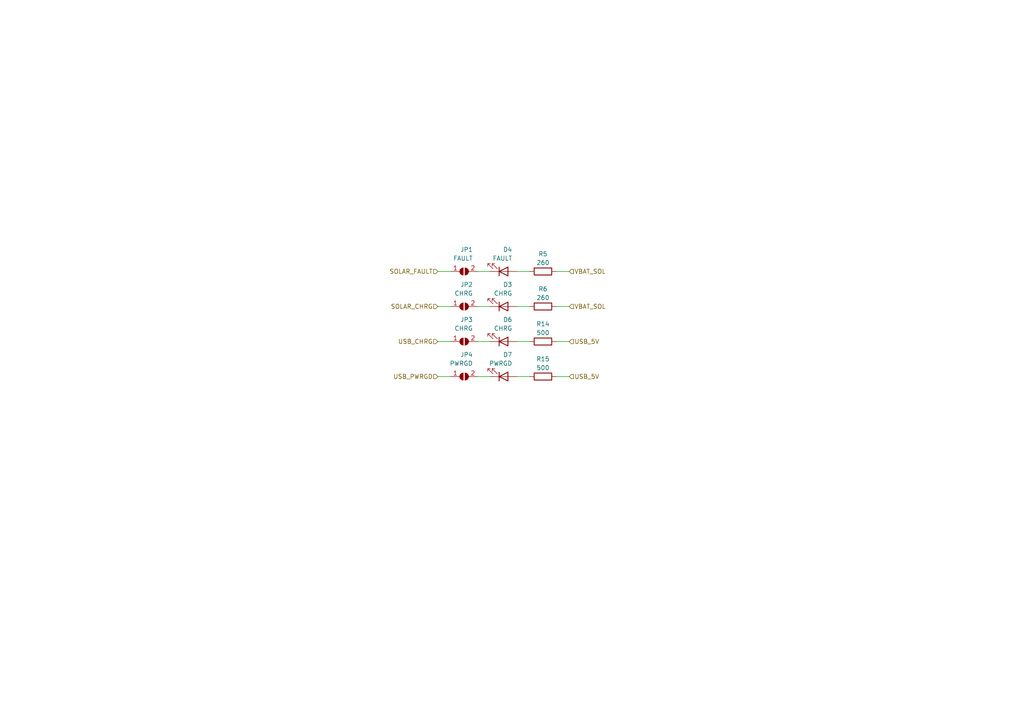
<source format=kicad_sch>
(kicad_sch (version 20230121) (generator eeschema)
  (paper "A4")
  (title_block (title "Status LEDs") (date "2023-08-27") (rev "1.1.0"))
  (lib_symbols
    (symbol "Device:LED" (pin_numbers hide) (pin_names (offset 1.016) hide)
      (property "Reference" "D" (at 0 2.54 0))
      (property "Value" "LED" (at 0 -2.54 0))
      (symbol "LED_0_1"
        (polyline (pts (xy -1.27 -1.27) (xy -1.27 1.27)) (stroke (width 0.254)))
        (polyline (pts (xy -1.27 0) (xy 1.27 0)))
        (polyline (pts (xy 1.27 -1.27) (xy 1.27 1.27) (xy -1.27 0) (xy 1.27 -1.27)) (stroke (width 0.254)))
        (polyline (pts (xy -3.048 -0.762) (xy -4.572 -2.286) (xy -3.81 -2.286) (xy -4.572 -2.286) (xy -4.572 -1.524)))
        (polyline (pts (xy -1.778 -0.762) (xy -3.302 -2.286) (xy -2.54 -2.286) (xy -3.302 -2.286) (xy -3.302 -1.524)))
      )
      (symbol "LED_1_1"
        (pin passive line (at -3.81 0 0) (length 2.54) (name "K") (number "1"))
        (pin passive line (at 3.81 0 180) (length 2.54) (name "A") (number "2"))
      )
    )
    (symbol "Device:R" (pin_numbers hide) (pin_names (offset 0))
      (property "Reference" "R" (at 2.032 0 90))
      (property "Value" "R" (at 0 0 90))
      (symbol "R_0_1"
        (rectangle (start -1.016 -2.54) (end 1.016 2.54) (stroke (width 0.254)))
      )
      (symbol "R_1_1"
        (pin passive line (at 0 3.81 270) (length 1.27) (name "~") (number "1"))
        (pin passive line (at 0 -3.81 90) (length 1.27) (name "~") (number "2"))
      )
    )
    (symbol "Jumper:SolderJumper_2_Open" (pin_names (offset 0) hide)
      (property "Reference" "JP" (at 0 2.032 0))
      (property "Value" "SolderJumper_2_Open" (at 0 -2.54 0))
      (symbol "SolderJumper_2_Open_0_1"
        (arc (start -0.254 1.016) (mid -1.2656 0) (end -0.254 -1.016))
        (arc (start -0.254 1.016) (mid -1.2656 0) (end -0.254 -1.016) (fill (type outline)))
        (polyline (pts (xy -0.254 1.016) (xy -0.254 -1.016)))
        (polyline (pts (xy 0.254 1.016) (xy 0.254 -1.016)))
        (arc (start 0.254 -1.016) (mid 1.2656 0) (end 0.254 1.016))
        (arc (start 0.254 -1.016) (mid 1.2656 0) (end 0.254 1.016) (fill (type outline)))
      )
      (symbol "SolderJumper_2_Open_1_1"
        (pin passive line (at -3.81 0 0) (length 2.54) (name "A") (number "1"))
        (pin passive line (at 3.81 0 180) (length 2.54) (name "B") (number "2"))
      )
    )
  )
  (wire (pts (xy 142.24 88.9) (xy 138.43 88.9)))
  (wire (pts (xy 153.67 99.06) (xy 149.86 99.06)))
  (wire (pts (xy 149.86 78.74) (xy 153.67 78.74)))
  (wire (pts (xy 130.81 78.74) (xy 127 78.74)))
  (wire (pts (xy 142.24 99.06) (xy 138.43 99.06)))
  (wire (pts (xy 142.24 109.22) (xy 138.43 109.22)))
  (wire (pts (xy 130.81 109.22) (xy 127 109.22)))
  (wire (pts (xy 130.81 88.9) (xy 127 88.9)))
  (wire (pts (xy 153.67 109.22) (xy 149.86 109.22)))
  (wire (pts (xy 165.1 78.74) (xy 161.29 78.74)))
  (wire (pts (xy 165.1 99.06) (xy 161.29 99.06)))
  (wire (pts (xy 142.24 78.74) (xy 138.43 78.74)))
  (wire (pts (xy 130.81 99.06) (xy 127 99.06)))
  (wire (pts (xy 165.1 88.9) (xy 161.29 88.9)))
  (wire (pts (xy 165.1 109.22) (xy 161.29 109.22)))
  (wire (pts (xy 149.86 88.9) (xy 153.67 88.9)))
  (hierarchical_label "USB_PWRGD" (shape input) (at 127 109.22 180))
  (hierarchical_label "SOLAR_FAULT" (shape input) (at 127 78.74 180))
  (hierarchical_label "SOLAR_CHRG" (shape input) (at 127 88.9 180))
  (hierarchical_label "USB_5V" (shape input) (at 165.1 99.06 0))
  (hierarchical_label "VBAT_SOL" (shape input) (at 165.1 88.9 0))
  (hierarchical_label "USB_5V" (shape input) (at 165.1 109.22 0))
  (hierarchical_label "VBAT_SOL" (shape input) (at 165.1 78.74 0))
  (hierarchical_label "USB_CHRG" (shape input) (at 127 99.06 180))
  (symbol (lib_id "Device:R") (at 157.48 109.22 90) (mirror x) (unit 1)
    (property "Reference" "R15" (at 157.48 104.14 90))
    (property "Value" "500" (at 157.48 106.68 90))
    (property "Footprint" "Resistor_SMD:R_0805_2012Metric" (effects hide))
    (instances (project "picoups" (path "" (reference "R15") (unit 1)) (path "" (reference "R19") (unit 1))))
  )
  (symbol (lib_id "Device:LED") (at 146.05 88.9 0) (mirror x) (unit 1)
    (property "Reference" "D3" (at 148.59 82.55 0) (effects (justify right)))
    (property "Value" "CHRG" (at 148.59 85.09 0) (effects (justify right)))
    (property "Footprint" "LED_SMD:LED_0805_2012Metric" (effects hide))
    (instances (project "picoups" (path "" (reference "D3") (unit 1)) (path "" (reference "D5") (unit 1))))
  )
  (symbol (lib_id "Device:LED") (at 146.05 109.22 0) (mirror x) (unit 1)
    (property "Reference" "D7" (at 148.59 102.87 0) (effects (justify right)))
    (property "Value" "PWRGD" (at 148.59 105.41 0) (effects (justify right)))
    (property "Footprint" "LED_SMD:LED_0805_2012Metric" (effects hide))
  )
  (symbol (lib_id "Device:R") (at 157.48 88.9 90) (mirror x) (unit 1)
    (property "Reference" "R6" (at 157.48 83.82 90))
    (property "Value" "260" (at 157.48 86.36 90))
    (property "Footprint" "Resistor_SMD:R_0805_2012Metric" (effects hide))
    (instances (project "picoups" (path "" (reference "R6") (unit 1)) (path "" (reference "R17") (unit 1))))
  )
  (symbol (lib_id "Device:R") (at 157.48 99.06 90) (mirror x) (unit 1)
    (property "Reference" "R14" (at 157.48 93.98 90))
    (property "Value" "500" (at 157.48 96.52 90))
    (property "Footprint" "Resistor_SMD:R_0805_2012Metric" (effects hide))
    (instances (project "picoups" (path "" (reference "R14") (unit 1)) (path "" (reference "R18") (unit 1))))
  )
  (symbol (lib_id "Jumper:SolderJumper_2_Open") (at 134.62 109.22 0) (mirror x) (unit 1)
    (property "Reference" "JP4" (at 137.16 102.87 0) (effects (justify right)))
    (property "Value" "PWRGD" (at 137.16 105.41 0) (effects (justify right)))
    (property "Footprint" "Jumper:SolderJumper-2_P1.3mm_Open_RoundedPad1.0x1.5mm" (effects hide))
    (instances (project "picoups" (path "" (reference "JP4") (unit 1)) (path "" (reference "JP5") (unit 1))))
  )
  (symbol (lib_id "Device:LED") (at 146.05 99.06 0) (mirror x) (unit 1)
    (property "Reference" "D6" (at 148.59 92.71 0) (effects (justify right)))
    (property "Value" "CHRG" (at 148.59 95.25 0) (effects (justify right)))
    (property "Footprint" "LED_SMD:LED_0805_2012Metric" (effects hide))
  )
  (symbol (lib_id "Device:LED") (at 146.05 78.74 0) (mirror x) (unit 1)
    (property "Reference" "D4" (at 148.59 72.39 0) (effects (justify right)))
    (property "Value" "FAULT" (at 148.59 74.93 0) (effects (justify right)))
    (property "Footprint" "LED_SMD:LED_0805_2012Metric" (effects hide))
  )
  (symbol (lib_id "Jumper:SolderJumper_2_Open") (at 134.62 99.06 0) (mirror x) (unit 1)
    (property "Reference" "JP3" (at 137.16 92.71 0) (effects (justify right)))
    (property "Value" "CHRG" (at 137.16 95.25 0) (effects (justify right)))
    (property "Footprint" "Jumper:SolderJumper-2_P1.3mm_Open_RoundedPad1.0x1.5mm" (effects hide))
    (instances (project "picoups" (path "" (reference "JP3") (unit 1)) (path "" (reference "JP4") (unit 1))))
  )
  (symbol (lib_id "Jumper:SolderJumper_2_Open") (at 134.62 88.9 0) (mirror x) (unit 1)
    (property "Reference" "JP2" (at 137.16 82.55 0) (effects (justify right)))
    (property "Value" "CHRG" (at 137.16 85.09 0) (effects (justify right)))
    (property "Footprint" "Jumper:SolderJumper-2_P1.3mm_Open_RoundedPad1.0x1.5mm" (effects hide))
    (instances (project "picoups" (path "" (reference "JP2") (unit 1)) (path "" (reference "JP3") (unit 1))))
  )
  (symbol (lib_id "Jumper:SolderJumper_2_Open") (at 134.62 78.74 0) (mirror x) (unit 1)
    (property "Reference" "JP1" (at 137.16 72.39 0) (effects (justify right)))
    (property "Value" "FAULT" (at 137.16 74.93 0) (effects (justify right)))
    (property "Footprint" "Jumper:SolderJumper-2_P1.3mm_Open_RoundedPad1.0x1.5mm" (effects hide))
    (instances (project "picoups" (path "" (reference "JP1") (unit 1)) (path "" (reference "JP2") (unit 1))))
  )
  (symbol (lib_id "Device:R") (at 157.48 78.74 90) (mirror x) (unit 1)
    (property "Reference" "R5" (at 157.48 73.66 90))
    (property "Value" "260" (at 157.48 76.2 90))
    (property "Footprint" "Resistor_SMD:R_0805_2012Metric" (effects hide))
    (instances (project "picoups" (path "" (reference "R5") (unit 1)) (path "" (reference "R16") (unit 1))))
  )
)
</source>
